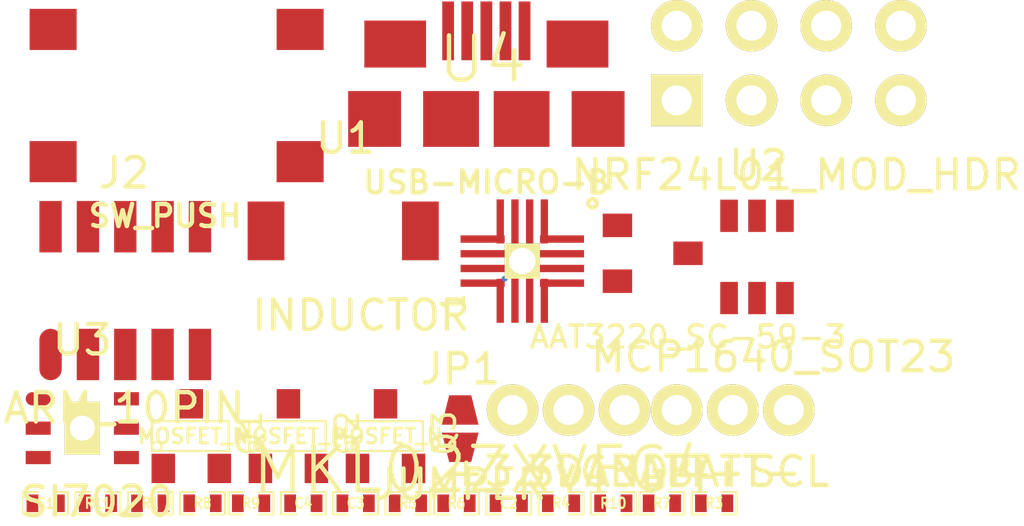
<source format=kicad_pcb>
(kicad_pcb (version 3) (host pcbnew "(2013-07-07 BZR 4022)-stable")

  (general
    (links 68)
    (no_connects 68)
    (area 0 0 0 0)
    (thickness 1.6)
    (drawings 0)
    (tracks 0)
    (zones 0)
    (modules 33)
    (nets 25)
  )

  (page A3)
  (layers
    (15 F.Cu signal)
    (0 B.Cu signal)
    (16 B.Adhes user)
    (17 F.Adhes user)
    (18 B.Paste user)
    (19 F.Paste user)
    (20 B.SilkS user)
    (21 F.SilkS user)
    (22 B.Mask user)
    (23 F.Mask user)
    (24 Dwgs.User user)
    (25 Cmts.User user)
    (26 Eco1.User user)
    (27 Eco2.User user)
    (28 Edge.Cuts user)
  )

  (setup
    (last_trace_width 0.254)
    (trace_clearance 0.254)
    (zone_clearance 0.508)
    (zone_45_only no)
    (trace_min 0.254)
    (segment_width 0.2)
    (edge_width 0.1)
    (via_size 0.889)
    (via_drill 0.635)
    (via_min_size 0.889)
    (via_min_drill 0.508)
    (uvia_size 0.508)
    (uvia_drill 0.127)
    (uvias_allowed no)
    (uvia_min_size 0.508)
    (uvia_min_drill 0.127)
    (pcb_text_width 0.3)
    (pcb_text_size 1.5 1.5)
    (mod_edge_width 0.15)
    (mod_text_size 1 1)
    (mod_text_width 0.15)
    (pad_size 1.5 1.5)
    (pad_drill 0.6)
    (pad_to_mask_clearance 0)
    (aux_axis_origin 0 0)
    (visible_elements 7FFFFFBF)
    (pcbplotparams
      (layerselection 3178497)
      (usegerberextensions true)
      (excludeedgelayer true)
      (linewidth 0.150000)
      (plotframeref false)
      (viasonmask false)
      (mode 1)
      (useauxorigin false)
      (hpglpennumber 1)
      (hpglpenspeed 20)
      (hpglpendiameter 15)
      (hpglpenoverlay 2)
      (psnegative false)
      (psa4output false)
      (plotreference true)
      (plotvalue true)
      (plotothertext true)
      (plotinvisibletext false)
      (padsonsilk false)
      (subtractmaskfromsilk false)
      (outputformat 1)
      (mirror false)
      (drillshape 1)
      (scaleselection 1)
      (outputdirectory ""))
  )

  (net 0 "")
  (net 1 ACC_PWR)
  (net 2 ACC_PWR_CTRL)
  (net 3 BATT+)
  (net 4 CSN)
  (net 5 EN)
  (net 6 EN_CTRL)
  (net 7 GND)
  (net 8 IRQ)
  (net 9 MISO)
  (net 10 MOSI)
  (net 11 N-0000021)
  (net 12 N-0000022)
  (net 13 N-000007)
  (net 14 NRF_PWR)
  (net 15 NRF_PWR_CTRL)
  (net 16 RESET_b)
  (net 17 SCK)
  (net 18 SCL)
  (net 19 SDA)
  (net 20 SWD_CLK)
  (net 21 SWD_IO)
  (net 22 SWITCH/VBUS_SNS)
  (net 23 VCC)
  (net 24 VFB_SNS)

  (net_class Default "This is the default net class."
    (clearance 0.254)
    (trace_width 0.254)
    (via_dia 0.889)
    (via_drill 0.635)
    (uvia_dia 0.508)
    (uvia_drill 0.127)
    (add_net "")
    (add_net ACC_PWR)
    (add_net ACC_PWR_CTRL)
    (add_net BATT+)
    (add_net CSN)
    (add_net EN)
    (add_net EN_CTRL)
    (add_net GND)
    (add_net IRQ)
    (add_net MISO)
    (add_net MOSI)
    (add_net N-0000021)
    (add_net N-0000022)
    (add_net N-000007)
    (add_net NRF_PWR)
    (add_net NRF_PWR_CTRL)
    (add_net RESET_b)
    (add_net SCK)
    (add_net SCL)
    (add_net SDA)
    (add_net SWD_CLK)
    (add_net SWD_IO)
    (add_net SWITCH/VBUS_SNS)
    (add_net VCC)
    (add_net VFB_SNS)
  )

  (module usb_micro_b_smt (layer F.Cu) (tedit 52CC0980) (tstamp 535947F0)
    (at 217.932 99.695)
    (path /5305734A)
    (fp_text reference J1 (at 0 -5.588) (layer F.SilkS) hide
      (effects (font (size 1 1) (thickness 0.15)))
    )
    (fp_text value USB-MICRO-B (at 0 2.159) (layer F.SilkS)
      (effects (font (size 0.75 0.75) (thickness 0.15)))
    )
    (pad 6 smd rect (at 1.2 0) (size 1.9 1.9)
      (layers F.Cu F.Paste F.Mask)
      (net 7 GND)
    )
    (pad 6 smd rect (at -1.2 0) (size 1.9 1.9)
      (layers F.Cu F.Paste F.Mask)
      (net 7 GND)
    )
    (pad 6 smd rect (at 3.8 0) (size 1.8 1.9)
      (layers F.Cu F.Paste F.Mask)
      (net 7 GND)
    )
    (pad 6 smd rect (at -3.8 0) (size 1.8 1.9)
      (layers F.Cu F.Paste F.Mask)
      (net 7 GND)
    )
    (pad 6 smd rect (at -3.1 -2.55) (size 2.1 1.6)
      (layers F.Cu F.Paste F.Mask)
      (net 7 GND)
    )
    (pad 6 smd rect (at 3.1 -2.55) (size 2.1 1.6)
      (layers F.Cu F.Paste F.Mask)
      (net 7 GND)
    )
    (pad 2 smd rect (at -0.65 -3) (size 0.4 2)
      (layers F.Cu F.Paste F.Mask)
    )
    (pad 3 smd rect (at 0 -3) (size 0.4 2)
      (layers F.Cu F.Paste F.Mask)
    )
    (pad 4 smd rect (at 0.65 -3) (size 0.4 2)
      (layers F.Cu F.Paste F.Mask)
    )
    (pad 5 smd rect (at 1.3 -3) (size 0.4 2)
      (layers F.Cu F.Paste F.Mask)
      (net 7 GND)
    )
    (pad 1 smd rect (at -1.3 -3) (size 0.4 2)
      (layers F.Cu F.Paste F.Mask)
      (net 13 N-000007)
    )
  )

  (module TEST_0.100 (layer F.Cu) (tedit 514BA442) (tstamp 535947F5)
    (at 220.726 109.601)
    (path /530BF68D)
    (fp_text reference P6 (at 0 -2.1) (layer F.SilkS) hide
      (effects (font (size 1 1) (thickness 0.15)))
    )
    (fp_text value SDA (at 0 2.1) (layer F.SilkS)
      (effects (font (size 1 1) (thickness 0.15)))
    )
    (pad 1 thru_hole circle (at 0 0) (size 1.75 1.75) (drill 1.02)
      (layers *.Cu *.Mask F.SilkS)
      (net 19 SDA)
    )
  )

  (module TEST_0.100 (layer F.Cu) (tedit 514BA442) (tstamp 535947FA)
    (at 222.631 109.601)
    (path /530BF687)
    (fp_text reference P5 (at 0 -2.1) (layer F.SilkS) hide
      (effects (font (size 1 1) (thickness 0.15)))
    )
    (fp_text value GND (at 0 2.1) (layer F.SilkS)
      (effects (font (size 1 1) (thickness 0.15)))
    )
    (pad 1 thru_hole circle (at 0 0) (size 1.75 1.75) (drill 1.02)
      (layers *.Cu *.Mask F.SilkS)
      (net 7 GND)
    )
  )

  (module TEST_0.100 (layer F.Cu) (tedit 514BA442) (tstamp 535947FF)
    (at 228.219 109.601)
    (path /530BF681)
    (fp_text reference P4 (at 0 -2.1) (layer F.SilkS) hide
      (effects (font (size 1 1) (thickness 0.15)))
    )
    (fp_text value SCL (at 0 2.1) (layer F.SilkS)
      (effects (font (size 1 1) (thickness 0.15)))
    )
    (pad 1 thru_hole circle (at 0 0) (size 1.75 1.75) (drill 1.02)
      (layers *.Cu *.Mask F.SilkS)
      (net 18 SCL)
    )
  )

  (module TEST_0.100 (layer F.Cu) (tedit 514BA442) (tstamp 53594804)
    (at 218.821 109.601)
    (path /530BF674)
    (fp_text reference P3 (at 0 -2.1) (layer F.SilkS) hide
      (effects (font (size 1 1) (thickness 0.15)))
    )
    (fp_text value +3.3v (at 0 2.1) (layer F.SilkS)
      (effects (font (size 1 1) (thickness 0.15)))
    )
    (pad 1 thru_hole circle (at 0 0) (size 1.75 1.75) (drill 1.02)
      (layers *.Cu *.Mask F.SilkS)
      (net 1 ACC_PWR)
    )
  )

  (module TEST_0.100 (layer F.Cu) (tedit 514BA442) (tstamp 53594809)
    (at 224.409 109.601)
    (path /5302C2B3)
    (fp_text reference P2 (at 0 -2.1) (layer F.SilkS) hide
      (effects (font (size 1 1) (thickness 0.15)))
    )
    (fp_text value BATT+ (at 0 2.1) (layer F.SilkS)
      (effects (font (size 1 1) (thickness 0.15)))
    )
    (pad 1 thru_hole circle (at 0 0) (size 1.75 1.75) (drill 1.02)
      (layers *.Cu *.Mask F.SilkS)
      (net 3 BATT+)
    )
  )

  (module TEST_0.100 (layer F.Cu) (tedit 514BA442) (tstamp 5359480E)
    (at 226.314 109.601)
    (path /5302C2C0)
    (fp_text reference P1 (at 0 -2.1) (layer F.SilkS) hide
      (effects (font (size 1 1) (thickness 0.15)))
    )
    (fp_text value BATT- (at 0 2.1) (layer F.SilkS)
      (effects (font (size 1 1) (thickness 0.15)))
    )
    (pad 1 thru_hole circle (at 0 0) (size 1.75 1.75) (drill 1.02)
      (layers *.Cu *.Mask F.SilkS)
    )
  )

  (module spst_pushbutton_smd (layer F.Cu) (tedit 52D31AF1) (tstamp 53594816)
    (at 203.2 96.647)
    (path /53056D35)
    (fp_text reference SW1 (at 3.81 -2.54) (layer F.SilkS) hide
      (effects (font (size 1.5 1.5) (thickness 0.15)))
    )
    (fp_text value SW_PUSH (at 3.81 6.35) (layer F.SilkS)
      (effects (font (size 0.75 0.75) (thickness 0.15)))
    )
    (pad 1 smd rect (at 0 0) (size 1.6 1.4)
      (layers F.Cu F.Paste F.Mask)
      (net 22 SWITCH/VBUS_SNS)
    )
    (pad 2 smd rect (at 0 4.5) (size 1.6 1.4)
      (layers F.Cu F.Paste F.Mask)
      (net 7 GND)
    )
    (pad 1 smd rect (at 8.4 0) (size 1.6 1.4)
      (layers F.Cu F.Paste F.Mask)
      (net 22 SWITCH/VBUS_SNS)
    )
    (pad 2 smd rect (at 8.4 4.5) (size 1.6 1.4)
      (layers F.Cu F.Paste F.Mask)
      (net 7 GND)
    )
  )

  (module SOT23 (layer F.Cu) (tedit 5051A6D7) (tstamp 53594822)
    (at 207.899 110.49)
    (tags SOT23)
    (path /530BF55D)
    (fp_text reference Q1 (at 1.99898 -0.09906 90) (layer F.SilkS)
      (effects (font (size 0.762 0.762) (thickness 0.11938)))
    )
    (fp_text value MOSFET_N (at 0.0635 0) (layer F.SilkS)
      (effects (font (size 0.50038 0.50038) (thickness 0.09906)))
    )
    (fp_circle (center -1.17602 0.35052) (end -1.30048 0.44958) (layer F.SilkS) (width 0.07874))
    (fp_line (start 1.27 -0.508) (end 1.27 0.508) (layer F.SilkS) (width 0.07874))
    (fp_line (start -1.3335 -0.508) (end -1.3335 0.508) (layer F.SilkS) (width 0.07874))
    (fp_line (start 1.27 0.508) (end -1.3335 0.508) (layer F.SilkS) (width 0.07874))
    (fp_line (start -1.3335 -0.508) (end 1.27 -0.508) (layer F.SilkS) (width 0.07874))
    (pad 3 smd rect (at 0 -1.09982) (size 0.8001 1.00076)
      (layers F.Cu F.Paste F.Mask)
    )
    (pad 2 smd rect (at 0.9525 1.09982) (size 0.8001 1.00076)
      (layers F.Cu F.Paste F.Mask)
    )
    (pad 1 smd rect (at -0.9525 1.09982) (size 0.8001 1.00076)
      (layers F.Cu F.Paste F.Mask)
    )
    (model smd\SOT23_3.wrl
      (at (xyz 0 0 0))
      (scale (xyz 0.4 0.4 0.4))
      (rotate (xyz 0 0 180))
    )
  )

  (module SOT23 (layer F.Cu) (tedit 5051A6D7) (tstamp 5359482E)
    (at 211.201 110.49)
    (tags SOT23)
    (path /5302C7F0)
    (fp_text reference Q2 (at 1.99898 -0.09906 90) (layer F.SilkS)
      (effects (font (size 0.762 0.762) (thickness 0.11938)))
    )
    (fp_text value MOSFET_P (at 0.0635 0) (layer F.SilkS)
      (effects (font (size 0.50038 0.50038) (thickness 0.09906)))
    )
    (fp_circle (center -1.17602 0.35052) (end -1.30048 0.44958) (layer F.SilkS) (width 0.07874))
    (fp_line (start 1.27 -0.508) (end 1.27 0.508) (layer F.SilkS) (width 0.07874))
    (fp_line (start -1.3335 -0.508) (end -1.3335 0.508) (layer F.SilkS) (width 0.07874))
    (fp_line (start 1.27 0.508) (end -1.3335 0.508) (layer F.SilkS) (width 0.07874))
    (fp_line (start -1.3335 -0.508) (end 1.27 -0.508) (layer F.SilkS) (width 0.07874))
    (pad 3 smd rect (at 0 -1.09982) (size 0.8001 1.00076)
      (layers F.Cu F.Paste F.Mask)
    )
    (pad 2 smd rect (at 0.9525 1.09982) (size 0.8001 1.00076)
      (layers F.Cu F.Paste F.Mask)
    )
    (pad 1 smd rect (at -0.9525 1.09982) (size 0.8001 1.00076)
      (layers F.Cu F.Paste F.Mask)
    )
    (model smd\SOT23_3.wrl
      (at (xyz 0 0 0))
      (scale (xyz 0.4 0.4 0.4))
      (rotate (xyz 0 0 180))
    )
  )

  (module SOT23 (layer F.Cu) (tedit 5051A6D7) (tstamp 5359483A)
    (at 214.503 110.49)
    (tags SOT23)
    (path /5305557D)
    (fp_text reference Q3 (at 1.99898 -0.09906 90) (layer F.SilkS)
      (effects (font (size 0.762 0.762) (thickness 0.11938)))
    )
    (fp_text value MOSFET_N (at 0.0635 0) (layer F.SilkS)
      (effects (font (size 0.50038 0.50038) (thickness 0.09906)))
    )
    (fp_circle (center -1.17602 0.35052) (end -1.30048 0.44958) (layer F.SilkS) (width 0.07874))
    (fp_line (start 1.27 -0.508) (end 1.27 0.508) (layer F.SilkS) (width 0.07874))
    (fp_line (start -1.3335 -0.508) (end -1.3335 0.508) (layer F.SilkS) (width 0.07874))
    (fp_line (start 1.27 0.508) (end -1.3335 0.508) (layer F.SilkS) (width 0.07874))
    (fp_line (start -1.3335 -0.508) (end 1.27 -0.508) (layer F.SilkS) (width 0.07874))
    (pad 3 smd rect (at 0 -1.09982) (size 0.8001 1.00076)
      (layers F.Cu F.Paste F.Mask)
    )
    (pad 2 smd rect (at 0.9525 1.09982) (size 0.8001 1.00076)
      (layers F.Cu F.Paste F.Mask)
    )
    (pad 1 smd rect (at -0.9525 1.09982) (size 0.8001 1.00076)
      (layers F.Cu F.Paste F.Mask)
    )
    (model smd\SOT23_3.wrl
      (at (xyz 0 0 0))
      (scale (xyz 0.4 0.4 0.4))
      (rotate (xyz 0 0 180))
    )
  )

  (module SM0402 (layer F.Cu) (tedit 50A4E0BA) (tstamp 53594846)
    (at 204.724 112.776)
    (path /53057223)
    (attr smd)
    (fp_text reference R11 (at 0 0) (layer F.SilkS)
      (effects (font (size 0.35052 0.3048) (thickness 0.07112)))
    )
    (fp_text value 3M (at 0.09906 0) (layer F.SilkS) hide
      (effects (font (size 0.35052 0.3048) (thickness 0.07112)))
    )
    (fp_line (start -0.254 -0.381) (end -0.762 -0.381) (layer F.SilkS) (width 0.07112))
    (fp_line (start -0.762 -0.381) (end -0.762 0.381) (layer F.SilkS) (width 0.07112))
    (fp_line (start -0.762 0.381) (end -0.254 0.381) (layer F.SilkS) (width 0.07112))
    (fp_line (start 0.254 -0.381) (end 0.762 -0.381) (layer F.SilkS) (width 0.07112))
    (fp_line (start 0.762 -0.381) (end 0.762 0.381) (layer F.SilkS) (width 0.07112))
    (fp_line (start 0.762 0.381) (end 0.254 0.381) (layer F.SilkS) (width 0.07112))
    (pad 1 smd rect (at -0.44958 0) (size 0.39878 0.59944)
      (layers F.Cu F.Paste F.Mask)
      (net 23 VCC)
    )
    (pad 2 smd rect (at 0.44958 0) (size 0.39878 0.59944)
      (layers F.Cu F.Paste F.Mask)
      (net 22 SWITCH/VBUS_SNS)
    )
    (model smd\chip_cms.wrl
      (at (xyz 0 0 0.002))
      (scale (xyz 0.05 0.05 0.05))
      (rotate (xyz 0 0 0))
    )
  )

  (module SM0402 (layer F.Cu) (tedit 50A4E0BA) (tstamp 53594852)
    (at 206.502 112.776)
    (path /530F3C34)
    (attr smd)
    (fp_text reference R1 (at 0 0) (layer F.SilkS)
      (effects (font (size 0.35052 0.3048) (thickness 0.07112)))
    )
    (fp_text value 3M (at 0.09906 0) (layer F.SilkS) hide
      (effects (font (size 0.35052 0.3048) (thickness 0.07112)))
    )
    (fp_line (start -0.254 -0.381) (end -0.762 -0.381) (layer F.SilkS) (width 0.07112))
    (fp_line (start -0.762 -0.381) (end -0.762 0.381) (layer F.SilkS) (width 0.07112))
    (fp_line (start -0.762 0.381) (end -0.254 0.381) (layer F.SilkS) (width 0.07112))
    (fp_line (start 0.254 -0.381) (end 0.762 -0.381) (layer F.SilkS) (width 0.07112))
    (fp_line (start 0.762 -0.381) (end 0.762 0.381) (layer F.SilkS) (width 0.07112))
    (fp_line (start 0.762 0.381) (end 0.254 0.381) (layer F.SilkS) (width 0.07112))
    (pad 1 smd rect (at -0.44958 0) (size 0.39878 0.59944)
      (layers F.Cu F.Paste F.Mask)
      (net 6 EN_CTRL)
    )
    (pad 2 smd rect (at 0.44958 0) (size 0.39878 0.59944)
      (layers F.Cu F.Paste F.Mask)
      (net 7 GND)
    )
    (model smd\chip_cms.wrl
      (at (xyz 0 0 0.002))
      (scale (xyz 0.05 0.05 0.05))
      (rotate (xyz 0 0 0))
    )
  )

  (module SM0402 (layer F.Cu) (tedit 50A4E0BA) (tstamp 5359485E)
    (at 208.28 112.776)
    (path /53057A20)
    (attr smd)
    (fp_text reference R8 (at 0 0) (layer F.SilkS)
      (effects (font (size 0.35052 0.3048) (thickness 0.07112)))
    )
    (fp_text value 100K (at 0.09906 0) (layer F.SilkS) hide
      (effects (font (size 0.35052 0.3048) (thickness 0.07112)))
    )
    (fp_line (start -0.254 -0.381) (end -0.762 -0.381) (layer F.SilkS) (width 0.07112))
    (fp_line (start -0.762 -0.381) (end -0.762 0.381) (layer F.SilkS) (width 0.07112))
    (fp_line (start -0.762 0.381) (end -0.254 0.381) (layer F.SilkS) (width 0.07112))
    (fp_line (start 0.254 -0.381) (end 0.762 -0.381) (layer F.SilkS) (width 0.07112))
    (fp_line (start 0.762 -0.381) (end 0.762 0.381) (layer F.SilkS) (width 0.07112))
    (fp_line (start 0.762 0.381) (end 0.254 0.381) (layer F.SilkS) (width 0.07112))
    (pad 1 smd rect (at -0.44958 0) (size 0.39878 0.59944)
      (layers F.Cu F.Paste F.Mask)
      (net 23 VCC)
    )
    (pad 2 smd rect (at 0.44958 0) (size 0.39878 0.59944)
      (layers F.Cu F.Paste F.Mask)
      (net 18 SCL)
    )
    (model smd\chip_cms.wrl
      (at (xyz 0 0 0.002))
      (scale (xyz 0.05 0.05 0.05))
      (rotate (xyz 0 0 0))
    )
  )

  (module SM0402 (layer F.Cu) (tedit 50A4E0BA) (tstamp 5359486A)
    (at 209.931 112.776)
    (path /53057A31)
    (attr smd)
    (fp_text reference R9 (at 0 0) (layer F.SilkS)
      (effects (font (size 0.35052 0.3048) (thickness 0.07112)))
    )
    (fp_text value 100K (at 0.09906 0) (layer F.SilkS) hide
      (effects (font (size 0.35052 0.3048) (thickness 0.07112)))
    )
    (fp_line (start -0.254 -0.381) (end -0.762 -0.381) (layer F.SilkS) (width 0.07112))
    (fp_line (start -0.762 -0.381) (end -0.762 0.381) (layer F.SilkS) (width 0.07112))
    (fp_line (start -0.762 0.381) (end -0.254 0.381) (layer F.SilkS) (width 0.07112))
    (fp_line (start 0.254 -0.381) (end 0.762 -0.381) (layer F.SilkS) (width 0.07112))
    (fp_line (start 0.762 -0.381) (end 0.762 0.381) (layer F.SilkS) (width 0.07112))
    (fp_line (start 0.762 0.381) (end 0.254 0.381) (layer F.SilkS) (width 0.07112))
    (pad 1 smd rect (at -0.44958 0) (size 0.39878 0.59944)
      (layers F.Cu F.Paste F.Mask)
      (net 23 VCC)
    )
    (pad 2 smd rect (at 0.44958 0) (size 0.39878 0.59944)
      (layers F.Cu F.Paste F.Mask)
      (net 19 SDA)
    )
    (model smd\chip_cms.wrl
      (at (xyz 0 0 0.002))
      (scale (xyz 0.05 0.05 0.05))
      (rotate (xyz 0 0 0))
    )
  )

  (module SM0402 (layer F.Cu) (tedit 50A4E0BA) (tstamp 53594876)
    (at 211.709 112.776)
    (path /530576F6)
    (attr smd)
    (fp_text reference C4 (at 0 0) (layer F.SilkS)
      (effects (font (size 0.35052 0.3048) (thickness 0.07112)))
    )
    (fp_text value 1uF (at 0.09906 0) (layer F.SilkS) hide
      (effects (font (size 0.35052 0.3048) (thickness 0.07112)))
    )
    (fp_line (start -0.254 -0.381) (end -0.762 -0.381) (layer F.SilkS) (width 0.07112))
    (fp_line (start -0.762 -0.381) (end -0.762 0.381) (layer F.SilkS) (width 0.07112))
    (fp_line (start -0.762 0.381) (end -0.254 0.381) (layer F.SilkS) (width 0.07112))
    (fp_line (start 0.254 -0.381) (end 0.762 -0.381) (layer F.SilkS) (width 0.07112))
    (fp_line (start 0.762 -0.381) (end 0.762 0.381) (layer F.SilkS) (width 0.07112))
    (fp_line (start 0.762 0.381) (end 0.254 0.381) (layer F.SilkS) (width 0.07112))
    (pad 1 smd rect (at -0.44958 0) (size 0.39878 0.59944)
      (layers F.Cu F.Paste F.Mask)
      (net 13 N-000007)
    )
    (pad 2 smd rect (at 0.44958 0) (size 0.39878 0.59944)
      (layers F.Cu F.Paste F.Mask)
      (net 7 GND)
    )
    (model smd\chip_cms.wrl
      (at (xyz 0 0 0.002))
      (scale (xyz 0.05 0.05 0.05))
      (rotate (xyz 0 0 0))
    )
  )

  (module SM0402 (layer F.Cu) (tedit 50A4E0BA) (tstamp 53594882)
    (at 213.487 112.776)
    (path /5305770B)
    (attr smd)
    (fp_text reference C3 (at 0 0) (layer F.SilkS)
      (effects (font (size 0.35052 0.3048) (thickness 0.07112)))
    )
    (fp_text value 1uF (at 0.09906 0) (layer F.SilkS) hide
      (effects (font (size 0.35052 0.3048) (thickness 0.07112)))
    )
    (fp_line (start -0.254 -0.381) (end -0.762 -0.381) (layer F.SilkS) (width 0.07112))
    (fp_line (start -0.762 -0.381) (end -0.762 0.381) (layer F.SilkS) (width 0.07112))
    (fp_line (start -0.762 0.381) (end -0.254 0.381) (layer F.SilkS) (width 0.07112))
    (fp_line (start 0.254 -0.381) (end 0.762 -0.381) (layer F.SilkS) (width 0.07112))
    (fp_line (start 0.762 -0.381) (end 0.762 0.381) (layer F.SilkS) (width 0.07112))
    (fp_line (start 0.762 0.381) (end 0.254 0.381) (layer F.SilkS) (width 0.07112))
    (pad 1 smd rect (at -0.44958 0) (size 0.39878 0.59944)
      (layers F.Cu F.Paste F.Mask)
      (net 23 VCC)
    )
    (pad 2 smd rect (at 0.44958 0) (size 0.39878 0.59944)
      (layers F.Cu F.Paste F.Mask)
      (net 7 GND)
    )
    (model smd\chip_cms.wrl
      (at (xyz 0 0 0.002))
      (scale (xyz 0.05 0.05 0.05))
      (rotate (xyz 0 0 0))
    )
  )

  (module SM0402 (layer F.Cu) (tedit 50A4E0BA) (tstamp 5359488E)
    (at 225.679 112.776)
    (path /530BF568)
    (attr smd)
    (fp_text reference R3 (at 0 0) (layer F.SilkS)
      (effects (font (size 0.35052 0.3048) (thickness 0.07112)))
    )
    (fp_text value 3M (at 0.09906 0) (layer F.SilkS) hide
      (effects (font (size 0.35052 0.3048) (thickness 0.07112)))
    )
    (fp_line (start -0.254 -0.381) (end -0.762 -0.381) (layer F.SilkS) (width 0.07112))
    (fp_line (start -0.762 -0.381) (end -0.762 0.381) (layer F.SilkS) (width 0.07112))
    (fp_line (start -0.762 0.381) (end -0.254 0.381) (layer F.SilkS) (width 0.07112))
    (fp_line (start 0.254 -0.381) (end 0.762 -0.381) (layer F.SilkS) (width 0.07112))
    (fp_line (start 0.762 -0.381) (end 0.762 0.381) (layer F.SilkS) (width 0.07112))
    (fp_line (start 0.762 0.381) (end 0.254 0.381) (layer F.SilkS) (width 0.07112))
    (pad 1 smd rect (at -0.44958 0) (size 0.39878 0.59944)
      (layers F.Cu F.Paste F.Mask)
      (net 2 ACC_PWR_CTRL)
    )
    (pad 2 smd rect (at 0.44958 0) (size 0.39878 0.59944)
      (layers F.Cu F.Paste F.Mask)
      (net 7 GND)
    )
    (model smd\chip_cms.wrl
      (at (xyz 0 0 0.002))
      (scale (xyz 0.05 0.05 0.05))
      (rotate (xyz 0 0 0))
    )
  )

  (module SM0402 (layer F.Cu) (tedit 50A4E0BA) (tstamp 5359489A)
    (at 223.901 112.776)
    (path /530562DF)
    (attr smd)
    (fp_text reference R7 (at 0 0) (layer F.SilkS)
      (effects (font (size 0.35052 0.3048) (thickness 0.07112)))
    )
    (fp_text value 510K (at 0.09906 0) (layer F.SilkS) hide
      (effects (font (size 0.35052 0.3048) (thickness 0.07112)))
    )
    (fp_line (start -0.254 -0.381) (end -0.762 -0.381) (layer F.SilkS) (width 0.07112))
    (fp_line (start -0.762 -0.381) (end -0.762 0.381) (layer F.SilkS) (width 0.07112))
    (fp_line (start -0.762 0.381) (end -0.254 0.381) (layer F.SilkS) (width 0.07112))
    (fp_line (start 0.254 -0.381) (end 0.762 -0.381) (layer F.SilkS) (width 0.07112))
    (fp_line (start 0.762 -0.381) (end 0.762 0.381) (layer F.SilkS) (width 0.07112))
    (fp_line (start 0.762 0.381) (end 0.254 0.381) (layer F.SilkS) (width 0.07112))
    (pad 1 smd rect (at -0.44958 0) (size 0.39878 0.59944)
      (layers F.Cu F.Paste F.Mask)
      (net 24 VFB_SNS)
    )
    (pad 2 smd rect (at 0.44958 0) (size 0.39878 0.59944)
      (layers F.Cu F.Paste F.Mask)
      (net 7 GND)
    )
    (model smd\chip_cms.wrl
      (at (xyz 0 0 0.002))
      (scale (xyz 0.05 0.05 0.05))
      (rotate (xyz 0 0 0))
    )
  )

  (module SM0402 (layer F.Cu) (tedit 50A4E0BA) (tstamp 535948A6)
    (at 222.25 112.776)
    (path /53055831)
    (attr smd)
    (fp_text reference R10 (at 0 0) (layer F.SilkS)
      (effects (font (size 0.35052 0.3048) (thickness 0.07112)))
    )
    (fp_text value 3M (at 0.09906 0) (layer F.SilkS) hide
      (effects (font (size 0.35052 0.3048) (thickness 0.07112)))
    )
    (fp_line (start -0.254 -0.381) (end -0.762 -0.381) (layer F.SilkS) (width 0.07112))
    (fp_line (start -0.762 -0.381) (end -0.762 0.381) (layer F.SilkS) (width 0.07112))
    (fp_line (start -0.762 0.381) (end -0.254 0.381) (layer F.SilkS) (width 0.07112))
    (fp_line (start 0.254 -0.381) (end 0.762 -0.381) (layer F.SilkS) (width 0.07112))
    (fp_line (start 0.762 -0.381) (end 0.762 0.381) (layer F.SilkS) (width 0.07112))
    (fp_line (start 0.762 0.381) (end 0.254 0.381) (layer F.SilkS) (width 0.07112))
    (pad 1 smd rect (at -0.44958 0) (size 0.39878 0.59944)
      (layers F.Cu F.Paste F.Mask)
      (net 15 NRF_PWR_CTRL)
    )
    (pad 2 smd rect (at 0.44958 0) (size 0.39878 0.59944)
      (layers F.Cu F.Paste F.Mask)
      (net 7 GND)
    )
    (model smd\chip_cms.wrl
      (at (xyz 0 0 0.002))
      (scale (xyz 0.05 0.05 0.05))
      (rotate (xyz 0 0 0))
    )
  )

  (module SM0402 (layer F.Cu) (tedit 50A4E0BA) (tstamp 535948B2)
    (at 220.472 112.776)
    (path /5302C818)
    (attr smd)
    (fp_text reference R4 (at 0 0) (layer F.SilkS)
      (effects (font (size 0.35052 0.3048) (thickness 0.07112)))
    )
    (fp_text value 1M (at 0.09906 0) (layer F.SilkS) hide
      (effects (font (size 0.35052 0.3048) (thickness 0.07112)))
    )
    (fp_line (start -0.254 -0.381) (end -0.762 -0.381) (layer F.SilkS) (width 0.07112))
    (fp_line (start -0.762 -0.381) (end -0.762 0.381) (layer F.SilkS) (width 0.07112))
    (fp_line (start -0.762 0.381) (end -0.254 0.381) (layer F.SilkS) (width 0.07112))
    (fp_line (start 0.254 -0.381) (end 0.762 -0.381) (layer F.SilkS) (width 0.07112))
    (fp_line (start 0.762 -0.381) (end 0.762 0.381) (layer F.SilkS) (width 0.07112))
    (fp_line (start 0.762 0.381) (end 0.254 0.381) (layer F.SilkS) (width 0.07112))
    (pad 1 smd rect (at -0.44958 0) (size 0.39878 0.59944)
      (layers F.Cu F.Paste F.Mask)
      (net 3 BATT+)
    )
    (pad 2 smd rect (at 0.44958 0) (size 0.39878 0.59944)
      (layers F.Cu F.Paste F.Mask)
      (net 5 EN)
    )
    (model smd\chip_cms.wrl
      (at (xyz 0 0 0.002))
      (scale (xyz 0.05 0.05 0.05))
      (rotate (xyz 0 0 0))
    )
  )

  (module SM0402 (layer F.Cu) (tedit 50A4E0BA) (tstamp 535948BE)
    (at 218.694 112.776)
    (path /5302C132)
    (attr smd)
    (fp_text reference C2 (at 0 0) (layer F.SilkS)
      (effects (font (size 0.35052 0.3048) (thickness 0.07112)))
    )
    (fp_text value 10uF (at 0.09906 0) (layer F.SilkS) hide
      (effects (font (size 0.35052 0.3048) (thickness 0.07112)))
    )
    (fp_line (start -0.254 -0.381) (end -0.762 -0.381) (layer F.SilkS) (width 0.07112))
    (fp_line (start -0.762 -0.381) (end -0.762 0.381) (layer F.SilkS) (width 0.07112))
    (fp_line (start -0.762 0.381) (end -0.254 0.381) (layer F.SilkS) (width 0.07112))
    (fp_line (start 0.254 -0.381) (end 0.762 -0.381) (layer F.SilkS) (width 0.07112))
    (fp_line (start 0.762 -0.381) (end 0.762 0.381) (layer F.SilkS) (width 0.07112))
    (fp_line (start 0.762 0.381) (end 0.254 0.381) (layer F.SilkS) (width 0.07112))
    (pad 1 smd rect (at -0.44958 0) (size 0.39878 0.59944)
      (layers F.Cu F.Paste F.Mask)
      (net 23 VCC)
    )
    (pad 2 smd rect (at 0.44958 0) (size 0.39878 0.59944)
      (layers F.Cu F.Paste F.Mask)
      (net 7 GND)
    )
    (model smd\chip_cms.wrl
      (at (xyz 0 0 0.002))
      (scale (xyz 0.05 0.05 0.05))
      (rotate (xyz 0 0 0))
    )
  )

  (module SM0402 (layer F.Cu) (tedit 50A4E0BA) (tstamp 535948CA)
    (at 216.916 112.776)
    (path /5302C0D6)
    (attr smd)
    (fp_text reference R6 (at 0 0) (layer F.SilkS)
      (effects (font (size 0.35052 0.3048) (thickness 0.07112)))
    )
    (fp_text value 240K (at 0.09906 0) (layer F.SilkS) hide
      (effects (font (size 0.35052 0.3048) (thickness 0.07112)))
    )
    (fp_line (start -0.254 -0.381) (end -0.762 -0.381) (layer F.SilkS) (width 0.07112))
    (fp_line (start -0.762 -0.381) (end -0.762 0.381) (layer F.SilkS) (width 0.07112))
    (fp_line (start -0.762 0.381) (end -0.254 0.381) (layer F.SilkS) (width 0.07112))
    (fp_line (start 0.254 -0.381) (end 0.762 -0.381) (layer F.SilkS) (width 0.07112))
    (fp_line (start 0.762 -0.381) (end 0.762 0.381) (layer F.SilkS) (width 0.07112))
    (fp_line (start 0.762 0.381) (end 0.254 0.381) (layer F.SilkS) (width 0.07112))
    (pad 1 smd rect (at -0.44958 0) (size 0.39878 0.59944)
      (layers F.Cu F.Paste F.Mask)
      (net 11 N-0000021)
    )
    (pad 2 smd rect (at 0.44958 0) (size 0.39878 0.59944)
      (layers F.Cu F.Paste F.Mask)
      (net 24 VFB_SNS)
    )
    (model smd\chip_cms.wrl
      (at (xyz 0 0 0.002))
      (scale (xyz 0.05 0.05 0.05))
      (rotate (xyz 0 0 0))
    )
  )

  (module SM0402 (layer F.Cu) (tedit 50A4E0BA) (tstamp 535948D6)
    (at 215.265 112.776)
    (path /5302C0C2)
    (attr smd)
    (fp_text reference R5 (at 0 0) (layer F.SilkS)
      (effects (font (size 0.35052 0.3048) (thickness 0.07112)))
    )
    (fp_text value 1.3M (at 0.09906 0) (layer F.SilkS) hide
      (effects (font (size 0.35052 0.3048) (thickness 0.07112)))
    )
    (fp_line (start -0.254 -0.381) (end -0.762 -0.381) (layer F.SilkS) (width 0.07112))
    (fp_line (start -0.762 -0.381) (end -0.762 0.381) (layer F.SilkS) (width 0.07112))
    (fp_line (start -0.762 0.381) (end -0.254 0.381) (layer F.SilkS) (width 0.07112))
    (fp_line (start 0.254 -0.381) (end 0.762 -0.381) (layer F.SilkS) (width 0.07112))
    (fp_line (start 0.762 -0.381) (end 0.762 0.381) (layer F.SilkS) (width 0.07112))
    (fp_line (start 0.762 0.381) (end 0.254 0.381) (layer F.SilkS) (width 0.07112))
    (pad 1 smd rect (at -0.44958 0) (size 0.39878 0.59944)
      (layers F.Cu F.Paste F.Mask)
      (net 23 VCC)
    )
    (pad 2 smd rect (at 0.44958 0) (size 0.39878 0.59944)
      (layers F.Cu F.Paste F.Mask)
      (net 11 N-0000021)
    )
    (model smd\chip_cms.wrl
      (at (xyz 0 0 0.002))
      (scale (xyz 0.05 0.05 0.05))
      (rotate (xyz 0 0 0))
    )
  )

  (module SM0402 (layer F.Cu) (tedit 50A4E0BA) (tstamp 535948E2)
    (at 202.946 112.776)
    (path /5302BFF0)
    (attr smd)
    (fp_text reference C1 (at 0 0) (layer F.SilkS)
      (effects (font (size 0.35052 0.3048) (thickness 0.07112)))
    )
    (fp_text value 4.7uF (at 0.09906 0) (layer F.SilkS) hide
      (effects (font (size 0.35052 0.3048) (thickness 0.07112)))
    )
    (fp_line (start -0.254 -0.381) (end -0.762 -0.381) (layer F.SilkS) (width 0.07112))
    (fp_line (start -0.762 -0.381) (end -0.762 0.381) (layer F.SilkS) (width 0.07112))
    (fp_line (start -0.762 0.381) (end -0.254 0.381) (layer F.SilkS) (width 0.07112))
    (fp_line (start 0.254 -0.381) (end 0.762 -0.381) (layer F.SilkS) (width 0.07112))
    (fp_line (start 0.762 -0.381) (end 0.762 0.381) (layer F.SilkS) (width 0.07112))
    (fp_line (start 0.762 0.381) (end 0.254 0.381) (layer F.SilkS) (width 0.07112))
    (pad 1 smd rect (at -0.44958 0) (size 0.39878 0.59944)
      (layers F.Cu F.Paste F.Mask)
      (net 3 BATT+)
    )
    (pad 2 smd rect (at 0.44958 0) (size 0.39878 0.59944)
      (layers F.Cu F.Paste F.Mask)
      (net 7 GND)
    )
    (model smd\chip_cms.wrl
      (at (xyz 0 0 0.002))
      (scale (xyz 0.05 0.05 0.05))
      (rotate (xyz 0 0 0))
    )
  )

  (module si7020_dfn6 (layer F.Cu) (tedit 53279306) (tstamp 535948ED)
    (at 202.692 109.22)
    (path /5305674E)
    (fp_text reference U3 (at 1.5 -2) (layer F.SilkS)
      (effects (font (size 1 1) (thickness 0.15)))
    )
    (fp_text value SI7020 (at 2 3.5) (layer F.SilkS)
      (effects (font (size 1 1) (thickness 0.15)))
    )
    (pad 1 smd oval (at 0 0) (size 0.85 0.45)
      (layers F.Cu F.Paste F.Mask)
      (net 19 SDA)
    )
    (pad 2 smd rect (at 0 1) (size 0.85 0.45)
      (layers F.Cu F.Paste F.Mask)
      (net 7 GND)
    )
    (pad 3 smd rect (at 0 2) (size 0.85 0.45)
      (layers F.Cu F.Paste F.Mask)
    )
    (pad 4 smd rect (at 3 2) (size 0.85 0.45)
      (layers F.Cu F.Paste F.Mask)
    )
    (pad 5 smd rect (at 3 1) (size 0.85 0.45)
      (layers F.Cu F.Paste F.Mask)
      (net 1 ACC_PWR)
    )
    (pad 6 smd rect (at 3 0) (size 0.85 0.45)
      (layers F.Cu F.Paste F.Mask)
      (net 18 SCL)
    )
    (pad "" thru_hole rect (at 1.5 1) (size 1.2 1.8) (drill 0.85)
      (layers *.Cu *.Mask F.SilkS)
    )
  )

  (module sc59 (layer F.Cu) (tedit 5327943B) (tstamp 535948F5)
    (at 224.79 104.267)
    (path /53057678)
    (fp_text reference U5 (at 0 -2.85) (layer F.SilkS) hide
      (effects (font (size 1 1) (thickness 0.15)))
    )
    (fp_text value AAT3220_SC-59-3 (at 0 2.85) (layer F.SilkS)
      (effects (font (size 0.75 0.75) (thickness 0.12)))
    )
    (fp_circle (center -3.25 -1.7) (end -3.3 -1.75) (layer F.SilkS) (width 0.15))
    (pad 3 smd rect (at 0 0) (size 1 0.8)
      (layers F.Cu F.Paste F.Mask)
      (net 13 N-000007)
    )
    (pad 2 smd rect (at -2.4 0.95) (size 1 0.8)
      (layers F.Cu F.Paste F.Mask)
      (net 23 VCC)
    )
    (pad 1 smd rect (at -2.4 -0.95) (size 1 0.8)
      (layers F.Cu F.Paste F.Mask)
      (net 7 GND)
    )
  )

  (module nrf24_8pin (layer F.Cu) (tedit 5327907C) (tstamp 53594901)
    (at 224.409 99.06)
    (path /53055294)
    (fp_text reference U6 (at 3.556 -5.08) (layer F.SilkS) hide
      (effects (font (size 1 1) (thickness 0.15)))
    )
    (fp_text value NRF24L01_MOD_HDR (at 4.064 2.54) (layer F.SilkS)
      (effects (font (size 1 1) (thickness 0.15)))
    )
    (pad 1 thru_hole rect (at 0 0) (size 1.75 1.75) (drill 1.02)
      (layers *.Cu *.Mask F.SilkS)
      (net 7 GND)
    )
    (pad 2 thru_hole circle (at 0 -2.54) (size 1.75 1.75) (drill 1.02)
      (layers *.Cu *.Mask F.SilkS)
      (net 14 NRF_PWR)
    )
    (pad 3 thru_hole circle (at 2.54 0) (size 1.75 1.75) (drill 1.02)
      (layers *.Cu *.Mask F.SilkS)
    )
    (pad 4 thru_hole circle (at 2.54 -2.54) (size 1.75 1.75) (drill 1.02)
      (layers *.Cu *.Mask F.SilkS)
      (net 4 CSN)
    )
    (pad 5 thru_hole circle (at 5.08 0) (size 1.75 1.75) (drill 1.02)
      (layers *.Cu *.Mask F.SilkS)
      (net 17 SCK)
    )
    (pad 6 thru_hole circle (at 5.08 -2.54) (size 1.75 1.75) (drill 1.02)
      (layers *.Cu *.Mask F.SilkS)
      (net 10 MOSI)
    )
    (pad 7 thru_hole circle (at 7.62 0) (size 1.75 1.75) (drill 1.02)
      (layers *.Cu *.Mask F.SilkS)
      (net 9 MISO)
    )
    (pad 8 thru_hole circle (at 7.62 -2.54) (size 1.75 1.75) (drill 1.02)
      (layers *.Cu *.Mask F.SilkS)
      (net 8 IRQ)
    )
  )

  (module MKL02_QFN16 (layer F.Cu) (tedit 530D47C1) (tstamp 53594918)
    (at 217.805 105.283)
    (path /5302BE68)
    (fp_text reference U4 (at 0 -7.62) (layer F.SilkS)
      (effects (font (size 1.5 1.5) (thickness 0.15)))
    )
    (fp_text value MKL02ZXVFG4 (at 0 6.35) (layer F.SilkS)
      (effects (font (size 1.5 1.5) (thickness 0.15)))
    )
    (fp_text user 1 (at -1 0.7 90) (layer F.SilkS)
      (effects (font (size 0.75 0.75) (thickness 0.12)))
    )
    (pad 11 smd rect (at 2.7 -0.5 180) (size 1.5 0.25)
      (layers F.Cu F.Paste F.Mask)
      (net 2 ACC_PWR_CTRL)
    )
    (pad 12 smd rect (at 2.7 0 180) (size 1.5 0.25)
      (layers F.Cu F.Paste F.Mask)
      (net 24 VFB_SNS)
    )
    (pad 10 smd rect (at 2.7 -1 180) (size 1.5 0.25)
      (layers F.Cu F.Paste F.Mask)
      (net 22 SWITCH/VBUS_SNS)
    )
    (pad 9 smd rect (at 2.7 -1.5 180) (size 1.5 0.25)
      (layers F.Cu F.Paste F.Mask)
      (net 8 IRQ)
    )
    (pad 14 smd rect (at 1.6 0.6 90) (size 1.5 0.25)
      (layers F.Cu F.Paste F.Mask)
      (net 20 SWD_CLK)
    )
    (pad 13 smd rect (at 2.1 0.6 90) (size 1.5 0.25)
      (layers F.Cu F.Paste F.Mask)
      (net 6 EN_CTRL)
    )
    (pad 15 smd rect (at 1.1 0.6 90) (size 1.5 0.25)
      (layers F.Cu F.Paste F.Mask)
      (net 16 RESET_b)
    )
    (pad 16 smd rect (at 0.6 0.6 90) (size 1.5 0.25)
      (layers F.Cu F.Paste F.Mask)
      (net 21 SWD_IO)
    )
    (pad 7 smd rect (at 1.6 -2.1 270) (size 1.5 0.25)
      (layers F.Cu F.Paste F.Mask)
      (net 10 MOSI)
    )
    (pad 8 smd rect (at 2.1 -2.1 270) (size 1.5 0.25)
      (layers F.Cu F.Paste F.Mask)
      (net 17 SCK)
    )
    (pad 6 smd rect (at 1.1 -2.1 270) (size 1.5 0.25)
      (layers F.Cu F.Paste F.Mask)
      (net 9 MISO)
    )
    (pad 5 smd rect (at 0.6 -2.1 270) (size 1.5 0.25)
      (layers F.Cu F.Paste F.Mask)
      (net 4 CSN)
    )
    (pad 3 smd rect (at 0 -1.5) (size 1.5 0.25)
      (layers F.Cu F.Paste F.Mask)
      (net 19 SDA)
    )
    (pad 4 smd rect (at 0 -1) (size 1.5 0.25)
      (layers F.Cu F.Paste F.Mask)
      (net 18 SCL)
    )
    (pad 2 smd rect (at 0 -0.5) (size 1.5 0.25)
      (layers F.Cu F.Paste F.Mask)
      (net 7 GND)
    )
    (pad 1 smd rect (at 0 0) (size 1.5 0.25)
      (layers F.Cu F.Paste F.Mask)
      (net 23 VCC)
    )
    (pad "" thru_hole rect (at 1.35 -0.75 90) (size 1.2 1.2) (drill 0.9)
      (layers *.Cu *.Mask F.SilkS)
    )
    (pad "" smd circle (at 0.75 -0.15) (size 0.2 0.2)
      (layers B.Cu F.Paste F.Mask)
    )
  )

  (module MCP1640 (layer F.Cu) (tedit 51697FD6) (tstamp 53594922)
    (at 226.187 105.791)
    (path /5302BFBE)
    (fp_text reference U2 (at 1 -4.5) (layer F.SilkS)
      (effects (font (size 1 1) (thickness 0.15)))
    )
    (fp_text value MCP1640_SOT23 (at 1.5 2) (layer F.SilkS)
      (effects (font (size 1 1) (thickness 0.15)))
    )
    (pad 1 smd rect (at 0 0) (size 0.6 1.1)
      (layers F.Cu F.Paste F.Mask)
      (net 12 N-0000022)
    )
    (pad 2 smd rect (at 0.95 0) (size 0.6 1.1)
      (layers F.Cu F.Paste F.Mask)
      (net 7 GND)
    )
    (pad 3 smd rect (at 1.9 0) (size 0.6 1.1)
      (layers F.Cu F.Paste F.Mask)
      (net 5 EN)
    )
    (pad 4 smd rect (at 1.9 -2.8) (size 0.6 1.1)
      (layers F.Cu F.Paste F.Mask)
      (net 11 N-0000021)
    )
    (pad 5 smd rect (at 0.95 -2.8) (size 0.6 1.1)
      (layers F.Cu F.Paste F.Mask)
      (net 23 VCC)
    )
    (pad 6 smd rect (at 0 -2.8) (size 0.6 1.1)
      (layers F.Cu F.Paste F.Mask)
      (net 3 BATT+)
    )
  )

  (module jmp_small (layer F.Cu) (tedit 519F6179) (tstamp 53594928)
    (at 217.043 110.236)
    (path /530BFA45)
    (fp_text reference JP1 (at 0 -2.032) (layer F.SilkS)
      (effects (font (size 1 1) (thickness 0.15)))
    )
    (fp_text value JUMPER (at 0 1.9) (layer F.SilkS)
      (effects (font (size 1 1) (thickness 0.15)))
    )
    (pad 1 smd trapezoid (at 0 -0.635) (size 1 1) (rect_delta 0 0.25 )
      (layers F.Cu F.Paste F.Mask)
      (net 2 ACC_PWR_CTRL)
    )
    (pad 2 smd trapezoid (at 0 0.635) (size 1 1) (rect_delta 0 -0.25 )
      (layers F.Cu F.Paste F.Mask)
      (net 1 ACC_PWR)
    )
  )

  (module CDRH4D18C_inductor (layer F.Cu) (tedit 53279175) (tstamp 5359492E)
    (at 210.439 103.505)
    (path /5302C05C)
    (fp_text reference U1 (at 2.7 -3.15) (layer F.SilkS)
      (effects (font (size 1 1) (thickness 0.15)))
    )
    (fp_text value INDUCTOR (at 3.225 2.875) (layer F.SilkS)
      (effects (font (size 1 1) (thickness 0.15)))
    )
    (pad 1 smd rect (at 0 0) (size 1.25 2)
      (layers F.Cu F.Paste F.Mask)
      (net 12 N-0000022)
    )
    (pad 2 smd rect (at 5.25 0) (size 1.25 2)
      (layers F.Cu F.Paste F.Mask)
      (net 3 BATT+)
    )
  )

  (module ARM_10_PIN_SMT (layer F.Cu) (tedit 516C783A) (tstamp 5359493C)
    (at 205.613 105.537)
    (path /5305711F)
    (fp_text reference J2 (at 0 -4) (layer F.SilkS)
      (effects (font (size 1 1) (thickness 0.15)))
    )
    (fp_text value ARM_10PIN (at 0 4) (layer F.SilkS)
      (effects (font (size 1 1) (thickness 0.15)))
    )
    (pad 1 smd oval (at -2.5 2.175) (size 0.76 1.75)
      (layers F.Cu F.Paste F.Mask)
      (net 23 VCC)
    )
    (pad 2 smd rect (at -2.5 -2.175) (size 0.76 1.75)
      (layers F.Cu F.Paste F.Mask)
      (net 21 SWD_IO)
    )
    (pad 3 smd rect (at -1.23 2.175) (size 0.76 1.75)
      (layers F.Cu F.Paste F.Mask)
      (net 7 GND)
    )
    (pad 4 smd rect (at -1.23 -2.175) (size 0.76 1.75)
      (layers F.Cu F.Paste F.Mask)
      (net 20 SWD_CLK)
    )
    (pad 5 smd rect (at 0.04 2.175) (size 0.76 1.75)
      (layers F.Cu F.Paste F.Mask)
      (net 7 GND)
    )
    (pad 6 smd rect (at 0.04 -2.175) (size 0.76 1.75)
      (layers F.Cu F.Paste F.Mask)
    )
    (pad 7 smd rect (at 1.31 2.175) (size 0.76 1.75)
      (layers F.Cu F.Paste F.Mask)
    )
    (pad 8 smd rect (at 1.31 -2.175) (size 0.76 1.75)
      (layers F.Cu F.Paste F.Mask)
    )
    (pad 9 smd rect (at 2.58 2.175) (size 0.76 1.75)
      (layers F.Cu F.Paste F.Mask)
      (net 7 GND)
    )
    (pad 10 smd rect (at 2.58 -2.175) (size 0.76 1.75)
      (layers F.Cu F.Paste F.Mask)
      (net 16 RESET_b)
    )
  )

)

</source>
